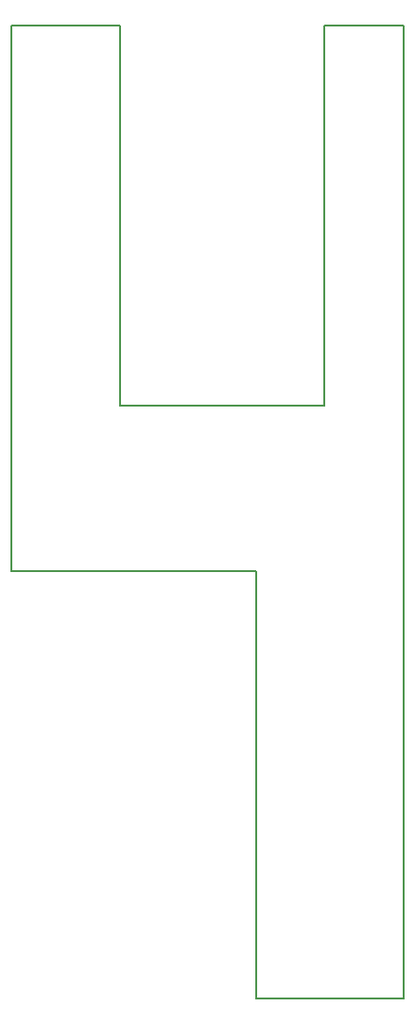
<source format=gbr>
%TF.GenerationSoftware,KiCad,Pcbnew,6.99.0-unknown-e6dc28fb2e~146~ubuntu21.10.1*%
%TF.CreationDate,2022-01-20T00:26:21+01:00*%
%TF.ProjectId,LightBoxminiTM1637WS2812RTC,4c696768-7442-46f7-986d-696e69544d31,rev?*%
%TF.SameCoordinates,Original*%
%TF.FileFunction,Profile,NP*%
%FSLAX46Y46*%
G04 Gerber Fmt 4.6, Leading zero omitted, Abs format (unit mm)*
G04 Created by KiCad (PCBNEW 6.99.0-unknown-e6dc28fb2e~146~ubuntu21.10.1) date 2022-01-20 00:26:21*
%MOMM*%
%LPD*%
G01*
G04 APERTURE LIST*
%TA.AperFunction,Profile*%
%ADD10C,0.200000*%
%TD*%
G04 APERTURE END LIST*
D10*
X40114840Y-11988800D02*
X47226840Y-11988800D01*
X34010840Y-60856800D02*
X12018840Y-60856800D01*
X47226840Y-99110800D02*
X34018840Y-99110800D01*
X21826840Y-46024800D02*
X40114840Y-46024800D01*
X34018840Y-99110800D02*
X34010840Y-60856800D01*
X40114840Y-46024800D02*
X40114840Y-11988800D01*
X47226840Y-11988800D02*
X47226840Y-99110800D01*
X12018840Y-11988800D02*
X21826840Y-11988800D01*
X21826840Y-11988800D02*
X21826840Y-46024800D01*
X12018840Y-60856800D02*
X12018840Y-11988800D01*
M02*

</source>
